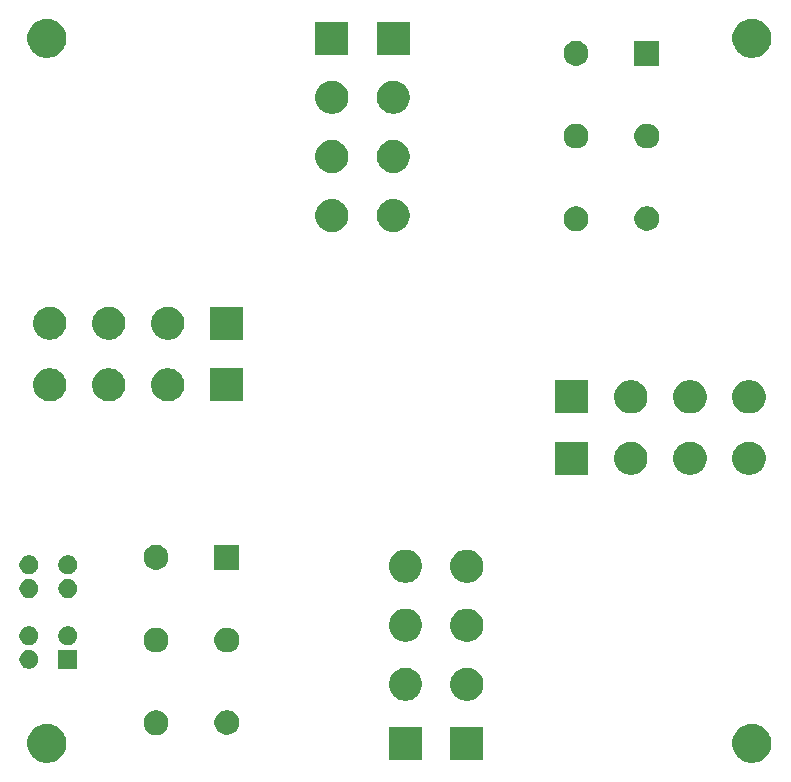
<source format=gbr>
G04 #@! TF.GenerationSoftware,KiCad,Pcbnew,5.1.2*
G04 #@! TF.CreationDate,2019-07-06T13:44:52+02:00*
G04 #@! TF.ProjectId,junction,6a756e63-7469-46f6-9e2e-6b696361645f,rev?*
G04 #@! TF.SameCoordinates,Original*
G04 #@! TF.FileFunction,Soldermask,Bot*
G04 #@! TF.FilePolarity,Negative*
%FSLAX46Y46*%
G04 Gerber Fmt 4.6, Leading zero omitted, Abs format (unit mm)*
G04 Created by KiCad (PCBNEW 5.1.2) date 2019-07-06 13:44:52*
%MOMM*%
%LPD*%
G04 APERTURE LIST*
%ADD10C,0.100000*%
G04 APERTURE END LIST*
D10*
G36*
X65145256Y-63161298D02*
G01*
X65251579Y-63182447D01*
X65552042Y-63306903D01*
X65822451Y-63487585D01*
X66052415Y-63717549D01*
X66199973Y-63938385D01*
X66233098Y-63987960D01*
X66251593Y-64032611D01*
X66357553Y-64288421D01*
X66421000Y-64607391D01*
X66421000Y-64932609D01*
X66357553Y-65251579D01*
X66233097Y-65552042D01*
X66052415Y-65822451D01*
X65822451Y-66052415D01*
X65552042Y-66233097D01*
X65251579Y-66357553D01*
X65145256Y-66378702D01*
X64932611Y-66421000D01*
X64607389Y-66421000D01*
X64394744Y-66378702D01*
X64288421Y-66357553D01*
X63987958Y-66233097D01*
X63717549Y-66052415D01*
X63487585Y-65822451D01*
X63306903Y-65552042D01*
X63182447Y-65251579D01*
X63119000Y-64932609D01*
X63119000Y-64607391D01*
X63182447Y-64288421D01*
X63288407Y-64032611D01*
X63306902Y-63987960D01*
X63340027Y-63938385D01*
X63487585Y-63717549D01*
X63717549Y-63487585D01*
X63987958Y-63306903D01*
X64288421Y-63182447D01*
X64394744Y-63161298D01*
X64607389Y-63119000D01*
X64932611Y-63119000D01*
X65145256Y-63161298D01*
X65145256Y-63161298D01*
G37*
G36*
X5455256Y-63161298D02*
G01*
X5561579Y-63182447D01*
X5862042Y-63306903D01*
X6132451Y-63487585D01*
X6362415Y-63717549D01*
X6509973Y-63938385D01*
X6543098Y-63987960D01*
X6561593Y-64032611D01*
X6667553Y-64288421D01*
X6731000Y-64607391D01*
X6731000Y-64932609D01*
X6667553Y-65251579D01*
X6543097Y-65552042D01*
X6362415Y-65822451D01*
X6132451Y-66052415D01*
X5862042Y-66233097D01*
X5561579Y-66357553D01*
X5455256Y-66378702D01*
X5242611Y-66421000D01*
X4917389Y-66421000D01*
X4704744Y-66378702D01*
X4598421Y-66357553D01*
X4297958Y-66233097D01*
X4027549Y-66052415D01*
X3797585Y-65822451D01*
X3616903Y-65552042D01*
X3492447Y-65251579D01*
X3429000Y-64932609D01*
X3429000Y-64607391D01*
X3492447Y-64288421D01*
X3598407Y-64032611D01*
X3616902Y-63987960D01*
X3650027Y-63938385D01*
X3797585Y-63717549D01*
X4027549Y-63487585D01*
X4297958Y-63306903D01*
X4598421Y-63182447D01*
X4704744Y-63161298D01*
X4917389Y-63119000D01*
X5242611Y-63119000D01*
X5455256Y-63161298D01*
X5455256Y-63161298D01*
G37*
G36*
X36841000Y-66171000D02*
G01*
X34039000Y-66171000D01*
X34039000Y-63369000D01*
X36841000Y-63369000D01*
X36841000Y-66171000D01*
X36841000Y-66171000D01*
G37*
G36*
X42041000Y-66171000D02*
G01*
X39239000Y-66171000D01*
X39239000Y-63369000D01*
X42041000Y-63369000D01*
X42041000Y-66171000D01*
X42041000Y-66171000D01*
G37*
G36*
X14626564Y-62011389D02*
G01*
X14781622Y-62075616D01*
X14817835Y-62090616D01*
X14989973Y-62205635D01*
X15136365Y-62352027D01*
X15241363Y-62509167D01*
X15251385Y-62524167D01*
X15330611Y-62715436D01*
X15371000Y-62918484D01*
X15371000Y-63125516D01*
X15330611Y-63328564D01*
X15257598Y-63504833D01*
X15251384Y-63519835D01*
X15136365Y-63691973D01*
X14989973Y-63838365D01*
X14817835Y-63953384D01*
X14817834Y-63953385D01*
X14817833Y-63953385D01*
X14626564Y-64032611D01*
X14423516Y-64073000D01*
X14216484Y-64073000D01*
X14013436Y-64032611D01*
X13822167Y-63953385D01*
X13822166Y-63953385D01*
X13822165Y-63953384D01*
X13650027Y-63838365D01*
X13503635Y-63691973D01*
X13388616Y-63519835D01*
X13382402Y-63504833D01*
X13309389Y-63328564D01*
X13269000Y-63125516D01*
X13269000Y-62918484D01*
X13309389Y-62715436D01*
X13388615Y-62524167D01*
X13398638Y-62509167D01*
X13503635Y-62352027D01*
X13650027Y-62205635D01*
X13822165Y-62090616D01*
X13858378Y-62075616D01*
X14013436Y-62011389D01*
X14216484Y-61971000D01*
X14423516Y-61971000D01*
X14626564Y-62011389D01*
X14626564Y-62011389D01*
G37*
G36*
X20626564Y-61996389D02*
G01*
X20817833Y-62075615D01*
X20817835Y-62075616D01*
X20840284Y-62090616D01*
X20989973Y-62190635D01*
X21136365Y-62337027D01*
X21251385Y-62509167D01*
X21330611Y-62700436D01*
X21371000Y-62903484D01*
X21371000Y-63110516D01*
X21330611Y-63313564D01*
X21258530Y-63487584D01*
X21251384Y-63504835D01*
X21136365Y-63676973D01*
X20989973Y-63823365D01*
X20817835Y-63938384D01*
X20817834Y-63938385D01*
X20817833Y-63938385D01*
X20626564Y-64017611D01*
X20423516Y-64058000D01*
X20216484Y-64058000D01*
X20013436Y-64017611D01*
X19822167Y-63938385D01*
X19822166Y-63938385D01*
X19822165Y-63938384D01*
X19650027Y-63823365D01*
X19503635Y-63676973D01*
X19388616Y-63504835D01*
X19381470Y-63487584D01*
X19309389Y-63313564D01*
X19269000Y-63110516D01*
X19269000Y-62903484D01*
X19309389Y-62700436D01*
X19388615Y-62509167D01*
X19503635Y-62337027D01*
X19650027Y-62190635D01*
X19799716Y-62090616D01*
X19822165Y-62075616D01*
X19822167Y-62075615D01*
X20013436Y-61996389D01*
X20216484Y-61956000D01*
X20423516Y-61956000D01*
X20626564Y-61996389D01*
X20626564Y-61996389D01*
G37*
G36*
X35758433Y-58404893D02*
G01*
X35848657Y-58422839D01*
X35954267Y-58466585D01*
X36103621Y-58528449D01*
X36103622Y-58528450D01*
X36333086Y-58681772D01*
X36528228Y-58876914D01*
X36630675Y-59030237D01*
X36681551Y-59106379D01*
X36787161Y-59361344D01*
X36841000Y-59632012D01*
X36841000Y-59907988D01*
X36787161Y-60178656D01*
X36681551Y-60433621D01*
X36681550Y-60433622D01*
X36528228Y-60663086D01*
X36333086Y-60858228D01*
X36179763Y-60960675D01*
X36103621Y-61011551D01*
X35954267Y-61073415D01*
X35848657Y-61117161D01*
X35758433Y-61135107D01*
X35577988Y-61171000D01*
X35302012Y-61171000D01*
X35121567Y-61135107D01*
X35031343Y-61117161D01*
X34925733Y-61073415D01*
X34776379Y-61011551D01*
X34700237Y-60960675D01*
X34546914Y-60858228D01*
X34351772Y-60663086D01*
X34198450Y-60433622D01*
X34198449Y-60433621D01*
X34092839Y-60178656D01*
X34039000Y-59907988D01*
X34039000Y-59632012D01*
X34092839Y-59361344D01*
X34198449Y-59106379D01*
X34249325Y-59030237D01*
X34351772Y-58876914D01*
X34546914Y-58681772D01*
X34776378Y-58528450D01*
X34776379Y-58528449D01*
X34925733Y-58466585D01*
X35031343Y-58422839D01*
X35121567Y-58404893D01*
X35302012Y-58369000D01*
X35577988Y-58369000D01*
X35758433Y-58404893D01*
X35758433Y-58404893D01*
G37*
G36*
X40958433Y-58404893D02*
G01*
X41048657Y-58422839D01*
X41154267Y-58466585D01*
X41303621Y-58528449D01*
X41303622Y-58528450D01*
X41533086Y-58681772D01*
X41728228Y-58876914D01*
X41830675Y-59030237D01*
X41881551Y-59106379D01*
X41987161Y-59361344D01*
X42041000Y-59632012D01*
X42041000Y-59907988D01*
X41987161Y-60178656D01*
X41881551Y-60433621D01*
X41881550Y-60433622D01*
X41728228Y-60663086D01*
X41533086Y-60858228D01*
X41379763Y-60960675D01*
X41303621Y-61011551D01*
X41154267Y-61073415D01*
X41048657Y-61117161D01*
X40958433Y-61135107D01*
X40777988Y-61171000D01*
X40502012Y-61171000D01*
X40321567Y-61135107D01*
X40231343Y-61117161D01*
X40125733Y-61073415D01*
X39976379Y-61011551D01*
X39900237Y-60960675D01*
X39746914Y-60858228D01*
X39551772Y-60663086D01*
X39398450Y-60433622D01*
X39398449Y-60433621D01*
X39292839Y-60178656D01*
X39239000Y-59907988D01*
X39239000Y-59632012D01*
X39292839Y-59361344D01*
X39398449Y-59106379D01*
X39449325Y-59030237D01*
X39551772Y-58876914D01*
X39746914Y-58681772D01*
X39976378Y-58528450D01*
X39976379Y-58528449D01*
X40125733Y-58466585D01*
X40231343Y-58422839D01*
X40321567Y-58404893D01*
X40502012Y-58369000D01*
X40777988Y-58369000D01*
X40958433Y-58404893D01*
X40958433Y-58404893D01*
G37*
G36*
X3791642Y-56887781D02*
G01*
X3937414Y-56948162D01*
X3937416Y-56948163D01*
X4068608Y-57035822D01*
X4180178Y-57147392D01*
X4267837Y-57278584D01*
X4267838Y-57278586D01*
X4328219Y-57424358D01*
X4359000Y-57579107D01*
X4359000Y-57736893D01*
X4328219Y-57891642D01*
X4267838Y-58037414D01*
X4267837Y-58037416D01*
X4180178Y-58168608D01*
X4068608Y-58280178D01*
X3937416Y-58367837D01*
X3937415Y-58367838D01*
X3937414Y-58367838D01*
X3791642Y-58428219D01*
X3636893Y-58459000D01*
X3479107Y-58459000D01*
X3324358Y-58428219D01*
X3178586Y-58367838D01*
X3178585Y-58367838D01*
X3178584Y-58367837D01*
X3047392Y-58280178D01*
X2935822Y-58168608D01*
X2848163Y-58037416D01*
X2848162Y-58037414D01*
X2787781Y-57891642D01*
X2757000Y-57736893D01*
X2757000Y-57579107D01*
X2787781Y-57424358D01*
X2848162Y-57278586D01*
X2848163Y-57278584D01*
X2935822Y-57147392D01*
X3047392Y-57035822D01*
X3178584Y-56948163D01*
X3178586Y-56948162D01*
X3324358Y-56887781D01*
X3479107Y-56857000D01*
X3636893Y-56857000D01*
X3791642Y-56887781D01*
X3791642Y-56887781D01*
G37*
G36*
X7659000Y-58459000D02*
G01*
X6057000Y-58459000D01*
X6057000Y-56857000D01*
X7659000Y-56857000D01*
X7659000Y-58459000D01*
X7659000Y-58459000D01*
G37*
G36*
X14626564Y-55011389D02*
G01*
X14817833Y-55090615D01*
X14817835Y-55090616D01*
X14989973Y-55205635D01*
X15136365Y-55352027D01*
X15251385Y-55524167D01*
X15330611Y-55715436D01*
X15371000Y-55918484D01*
X15371000Y-56125516D01*
X15330611Y-56328564D01*
X15251385Y-56519833D01*
X15251384Y-56519835D01*
X15136365Y-56691973D01*
X14989973Y-56838365D01*
X14817835Y-56953384D01*
X14817834Y-56953385D01*
X14817833Y-56953385D01*
X14626564Y-57032611D01*
X14423516Y-57073000D01*
X14216484Y-57073000D01*
X14013436Y-57032611D01*
X13822167Y-56953385D01*
X13822166Y-56953385D01*
X13822165Y-56953384D01*
X13650027Y-56838365D01*
X13503635Y-56691973D01*
X13388616Y-56519835D01*
X13388615Y-56519833D01*
X13309389Y-56328564D01*
X13269000Y-56125516D01*
X13269000Y-55918484D01*
X13309389Y-55715436D01*
X13388615Y-55524167D01*
X13503635Y-55352027D01*
X13650027Y-55205635D01*
X13822165Y-55090616D01*
X13822167Y-55090615D01*
X14013436Y-55011389D01*
X14216484Y-54971000D01*
X14423516Y-54971000D01*
X14626564Y-55011389D01*
X14626564Y-55011389D01*
G37*
G36*
X20626564Y-55011389D02*
G01*
X20817833Y-55090615D01*
X20817835Y-55090616D01*
X20989973Y-55205635D01*
X21136365Y-55352027D01*
X21251385Y-55524167D01*
X21330611Y-55715436D01*
X21371000Y-55918484D01*
X21371000Y-56125516D01*
X21330611Y-56328564D01*
X21251385Y-56519833D01*
X21251384Y-56519835D01*
X21136365Y-56691973D01*
X20989973Y-56838365D01*
X20817835Y-56953384D01*
X20817834Y-56953385D01*
X20817833Y-56953385D01*
X20626564Y-57032611D01*
X20423516Y-57073000D01*
X20216484Y-57073000D01*
X20013436Y-57032611D01*
X19822167Y-56953385D01*
X19822166Y-56953385D01*
X19822165Y-56953384D01*
X19650027Y-56838365D01*
X19503635Y-56691973D01*
X19388616Y-56519835D01*
X19388615Y-56519833D01*
X19309389Y-56328564D01*
X19269000Y-56125516D01*
X19269000Y-55918484D01*
X19309389Y-55715436D01*
X19388615Y-55524167D01*
X19503635Y-55352027D01*
X19650027Y-55205635D01*
X19822165Y-55090616D01*
X19822167Y-55090615D01*
X20013436Y-55011389D01*
X20216484Y-54971000D01*
X20423516Y-54971000D01*
X20626564Y-55011389D01*
X20626564Y-55011389D01*
G37*
G36*
X7091642Y-54887781D02*
G01*
X7237414Y-54948162D01*
X7237416Y-54948163D01*
X7368608Y-55035822D01*
X7480178Y-55147392D01*
X7501068Y-55178657D01*
X7567838Y-55278586D01*
X7628219Y-55424358D01*
X7659000Y-55579107D01*
X7659000Y-55736893D01*
X7628219Y-55891642D01*
X7578551Y-56011550D01*
X7567837Y-56037416D01*
X7480178Y-56168608D01*
X7368608Y-56280178D01*
X7237416Y-56367837D01*
X7237415Y-56367838D01*
X7237414Y-56367838D01*
X7091642Y-56428219D01*
X6936893Y-56459000D01*
X6779107Y-56459000D01*
X6624358Y-56428219D01*
X6478586Y-56367838D01*
X6478585Y-56367838D01*
X6478584Y-56367837D01*
X6347392Y-56280178D01*
X6235822Y-56168608D01*
X6148163Y-56037416D01*
X6137449Y-56011550D01*
X6087781Y-55891642D01*
X6057000Y-55736893D01*
X6057000Y-55579107D01*
X6087781Y-55424358D01*
X6148162Y-55278586D01*
X6214932Y-55178657D01*
X6235822Y-55147392D01*
X6347392Y-55035822D01*
X6478584Y-54948163D01*
X6478586Y-54948162D01*
X6624358Y-54887781D01*
X6779107Y-54857000D01*
X6936893Y-54857000D01*
X7091642Y-54887781D01*
X7091642Y-54887781D01*
G37*
G36*
X3791642Y-54887781D02*
G01*
X3937414Y-54948162D01*
X3937416Y-54948163D01*
X4068608Y-55035822D01*
X4180178Y-55147392D01*
X4201068Y-55178657D01*
X4267838Y-55278586D01*
X4328219Y-55424358D01*
X4359000Y-55579107D01*
X4359000Y-55736893D01*
X4328219Y-55891642D01*
X4278551Y-56011550D01*
X4267837Y-56037416D01*
X4180178Y-56168608D01*
X4068608Y-56280178D01*
X3937416Y-56367837D01*
X3937415Y-56367838D01*
X3937414Y-56367838D01*
X3791642Y-56428219D01*
X3636893Y-56459000D01*
X3479107Y-56459000D01*
X3324358Y-56428219D01*
X3178586Y-56367838D01*
X3178585Y-56367838D01*
X3178584Y-56367837D01*
X3047392Y-56280178D01*
X2935822Y-56168608D01*
X2848163Y-56037416D01*
X2837449Y-56011550D01*
X2787781Y-55891642D01*
X2757000Y-55736893D01*
X2757000Y-55579107D01*
X2787781Y-55424358D01*
X2848162Y-55278586D01*
X2914932Y-55178657D01*
X2935822Y-55147392D01*
X3047392Y-55035822D01*
X3178584Y-54948163D01*
X3178586Y-54948162D01*
X3324358Y-54887781D01*
X3479107Y-54857000D01*
X3636893Y-54857000D01*
X3791642Y-54887781D01*
X3791642Y-54887781D01*
G37*
G36*
X35758433Y-53404893D02*
G01*
X35848657Y-53422839D01*
X35954267Y-53466585D01*
X36103621Y-53528449D01*
X36103622Y-53528450D01*
X36333086Y-53681772D01*
X36528228Y-53876914D01*
X36630675Y-54030237D01*
X36681551Y-54106379D01*
X36787161Y-54361344D01*
X36841000Y-54632012D01*
X36841000Y-54907988D01*
X36787161Y-55178656D01*
X36681551Y-55433621D01*
X36681550Y-55433622D01*
X36528228Y-55663086D01*
X36333086Y-55858228D01*
X36242906Y-55918484D01*
X36103621Y-56011551D01*
X36041177Y-56037416D01*
X35848657Y-56117161D01*
X35758433Y-56135107D01*
X35577988Y-56171000D01*
X35302012Y-56171000D01*
X35121567Y-56135107D01*
X35031343Y-56117161D01*
X34838823Y-56037416D01*
X34776379Y-56011551D01*
X34637094Y-55918484D01*
X34546914Y-55858228D01*
X34351772Y-55663086D01*
X34198450Y-55433622D01*
X34198449Y-55433621D01*
X34092839Y-55178656D01*
X34039000Y-54907988D01*
X34039000Y-54632012D01*
X34092839Y-54361344D01*
X34198449Y-54106379D01*
X34249325Y-54030237D01*
X34351772Y-53876914D01*
X34546914Y-53681772D01*
X34776378Y-53528450D01*
X34776379Y-53528449D01*
X34925733Y-53466585D01*
X35031343Y-53422839D01*
X35121567Y-53404893D01*
X35302012Y-53369000D01*
X35577988Y-53369000D01*
X35758433Y-53404893D01*
X35758433Y-53404893D01*
G37*
G36*
X40958433Y-53404893D02*
G01*
X41048657Y-53422839D01*
X41154267Y-53466585D01*
X41303621Y-53528449D01*
X41303622Y-53528450D01*
X41533086Y-53681772D01*
X41728228Y-53876914D01*
X41830675Y-54030237D01*
X41881551Y-54106379D01*
X41987161Y-54361344D01*
X42041000Y-54632012D01*
X42041000Y-54907988D01*
X41987161Y-55178656D01*
X41881551Y-55433621D01*
X41881550Y-55433622D01*
X41728228Y-55663086D01*
X41533086Y-55858228D01*
X41442906Y-55918484D01*
X41303621Y-56011551D01*
X41241177Y-56037416D01*
X41048657Y-56117161D01*
X40958433Y-56135107D01*
X40777988Y-56171000D01*
X40502012Y-56171000D01*
X40321567Y-56135107D01*
X40231343Y-56117161D01*
X40038823Y-56037416D01*
X39976379Y-56011551D01*
X39837094Y-55918484D01*
X39746914Y-55858228D01*
X39551772Y-55663086D01*
X39398450Y-55433622D01*
X39398449Y-55433621D01*
X39292839Y-55178656D01*
X39239000Y-54907988D01*
X39239000Y-54632012D01*
X39292839Y-54361344D01*
X39398449Y-54106379D01*
X39449325Y-54030237D01*
X39551772Y-53876914D01*
X39746914Y-53681772D01*
X39976378Y-53528450D01*
X39976379Y-53528449D01*
X40125733Y-53466585D01*
X40231343Y-53422839D01*
X40321567Y-53404893D01*
X40502012Y-53369000D01*
X40777988Y-53369000D01*
X40958433Y-53404893D01*
X40958433Y-53404893D01*
G37*
G36*
X3791642Y-50887781D02*
G01*
X3937414Y-50948162D01*
X3937416Y-50948163D01*
X4068608Y-51035822D01*
X4180178Y-51147392D01*
X4195952Y-51171000D01*
X4267838Y-51278586D01*
X4328219Y-51424358D01*
X4359000Y-51579107D01*
X4359000Y-51736893D01*
X4328219Y-51891642D01*
X4267838Y-52037414D01*
X4267837Y-52037416D01*
X4180178Y-52168608D01*
X4068608Y-52280178D01*
X3937416Y-52367837D01*
X3937415Y-52367838D01*
X3937414Y-52367838D01*
X3791642Y-52428219D01*
X3636893Y-52459000D01*
X3479107Y-52459000D01*
X3324358Y-52428219D01*
X3178586Y-52367838D01*
X3178585Y-52367838D01*
X3178584Y-52367837D01*
X3047392Y-52280178D01*
X2935822Y-52168608D01*
X2848163Y-52037416D01*
X2848162Y-52037414D01*
X2787781Y-51891642D01*
X2757000Y-51736893D01*
X2757000Y-51579107D01*
X2787781Y-51424358D01*
X2848162Y-51278586D01*
X2920048Y-51171000D01*
X2935822Y-51147392D01*
X3047392Y-51035822D01*
X3178584Y-50948163D01*
X3178586Y-50948162D01*
X3324358Y-50887781D01*
X3479107Y-50857000D01*
X3636893Y-50857000D01*
X3791642Y-50887781D01*
X3791642Y-50887781D01*
G37*
G36*
X7091642Y-50887781D02*
G01*
X7237414Y-50948162D01*
X7237416Y-50948163D01*
X7368608Y-51035822D01*
X7480178Y-51147392D01*
X7495952Y-51171000D01*
X7567838Y-51278586D01*
X7628219Y-51424358D01*
X7659000Y-51579107D01*
X7659000Y-51736893D01*
X7628219Y-51891642D01*
X7567838Y-52037414D01*
X7567837Y-52037416D01*
X7480178Y-52168608D01*
X7368608Y-52280178D01*
X7237416Y-52367837D01*
X7237415Y-52367838D01*
X7237414Y-52367838D01*
X7091642Y-52428219D01*
X6936893Y-52459000D01*
X6779107Y-52459000D01*
X6624358Y-52428219D01*
X6478586Y-52367838D01*
X6478585Y-52367838D01*
X6478584Y-52367837D01*
X6347392Y-52280178D01*
X6235822Y-52168608D01*
X6148163Y-52037416D01*
X6148162Y-52037414D01*
X6087781Y-51891642D01*
X6057000Y-51736893D01*
X6057000Y-51579107D01*
X6087781Y-51424358D01*
X6148162Y-51278586D01*
X6220048Y-51171000D01*
X6235822Y-51147392D01*
X6347392Y-51035822D01*
X6478584Y-50948163D01*
X6478586Y-50948162D01*
X6624358Y-50887781D01*
X6779107Y-50857000D01*
X6936893Y-50857000D01*
X7091642Y-50887781D01*
X7091642Y-50887781D01*
G37*
G36*
X35758433Y-48404893D02*
G01*
X35848657Y-48422839D01*
X35954267Y-48466585D01*
X36103621Y-48528449D01*
X36103622Y-48528450D01*
X36333086Y-48681772D01*
X36528228Y-48876914D01*
X36630675Y-49030237D01*
X36681551Y-49106379D01*
X36743415Y-49255733D01*
X36773584Y-49328565D01*
X36787161Y-49361344D01*
X36841000Y-49632012D01*
X36841000Y-49907988D01*
X36787161Y-50178656D01*
X36681551Y-50433621D01*
X36681550Y-50433622D01*
X36528228Y-50663086D01*
X36333086Y-50858228D01*
X36198489Y-50948162D01*
X36103621Y-51011551D01*
X35954267Y-51073415D01*
X35848657Y-51117161D01*
X35758433Y-51135107D01*
X35577988Y-51171000D01*
X35302012Y-51171000D01*
X35121567Y-51135107D01*
X35031343Y-51117161D01*
X34925733Y-51073415D01*
X34776379Y-51011551D01*
X34681511Y-50948162D01*
X34546914Y-50858228D01*
X34351772Y-50663086D01*
X34198450Y-50433622D01*
X34198449Y-50433621D01*
X34092839Y-50178656D01*
X34039000Y-49907988D01*
X34039000Y-49632012D01*
X34092839Y-49361344D01*
X34106417Y-49328565D01*
X34136585Y-49255733D01*
X34198449Y-49106379D01*
X34249325Y-49030237D01*
X34351772Y-48876914D01*
X34546914Y-48681772D01*
X34776378Y-48528450D01*
X34776379Y-48528449D01*
X34925733Y-48466585D01*
X35031343Y-48422839D01*
X35121567Y-48404893D01*
X35302012Y-48369000D01*
X35577988Y-48369000D01*
X35758433Y-48404893D01*
X35758433Y-48404893D01*
G37*
G36*
X40958433Y-48404893D02*
G01*
X41048657Y-48422839D01*
X41154267Y-48466585D01*
X41303621Y-48528449D01*
X41303622Y-48528450D01*
X41533086Y-48681772D01*
X41728228Y-48876914D01*
X41830675Y-49030237D01*
X41881551Y-49106379D01*
X41943415Y-49255733D01*
X41973584Y-49328565D01*
X41987161Y-49361344D01*
X42041000Y-49632012D01*
X42041000Y-49907988D01*
X41987161Y-50178656D01*
X41881551Y-50433621D01*
X41881550Y-50433622D01*
X41728228Y-50663086D01*
X41533086Y-50858228D01*
X41398489Y-50948162D01*
X41303621Y-51011551D01*
X41154267Y-51073415D01*
X41048657Y-51117161D01*
X40958433Y-51135107D01*
X40777988Y-51171000D01*
X40502012Y-51171000D01*
X40321567Y-51135107D01*
X40231343Y-51117161D01*
X40125733Y-51073415D01*
X39976379Y-51011551D01*
X39881511Y-50948162D01*
X39746914Y-50858228D01*
X39551772Y-50663086D01*
X39398450Y-50433622D01*
X39398449Y-50433621D01*
X39292839Y-50178656D01*
X39239000Y-49907988D01*
X39239000Y-49632012D01*
X39292839Y-49361344D01*
X39306417Y-49328565D01*
X39336585Y-49255733D01*
X39398449Y-49106379D01*
X39449325Y-49030237D01*
X39551772Y-48876914D01*
X39746914Y-48681772D01*
X39976378Y-48528450D01*
X39976379Y-48528449D01*
X40125733Y-48466585D01*
X40231343Y-48422839D01*
X40321567Y-48404893D01*
X40502012Y-48369000D01*
X40777988Y-48369000D01*
X40958433Y-48404893D01*
X40958433Y-48404893D01*
G37*
G36*
X3791642Y-48887781D02*
G01*
X3937414Y-48948162D01*
X3937416Y-48948163D01*
X4068608Y-49035822D01*
X4180178Y-49147392D01*
X4267837Y-49278584D01*
X4267838Y-49278586D01*
X4328219Y-49424358D01*
X4359000Y-49579107D01*
X4359000Y-49736893D01*
X4328219Y-49891642D01*
X4302644Y-49953385D01*
X4267837Y-50037416D01*
X4180178Y-50168608D01*
X4068608Y-50280178D01*
X3937416Y-50367837D01*
X3937415Y-50367838D01*
X3937414Y-50367838D01*
X3791642Y-50428219D01*
X3636893Y-50459000D01*
X3479107Y-50459000D01*
X3324358Y-50428219D01*
X3178586Y-50367838D01*
X3178585Y-50367838D01*
X3178584Y-50367837D01*
X3047392Y-50280178D01*
X2935822Y-50168608D01*
X2848163Y-50037416D01*
X2813356Y-49953385D01*
X2787781Y-49891642D01*
X2757000Y-49736893D01*
X2757000Y-49579107D01*
X2787781Y-49424358D01*
X2848162Y-49278586D01*
X2848163Y-49278584D01*
X2935822Y-49147392D01*
X3047392Y-49035822D01*
X3178584Y-48948163D01*
X3178586Y-48948162D01*
X3324358Y-48887781D01*
X3479107Y-48857000D01*
X3636893Y-48857000D01*
X3791642Y-48887781D01*
X3791642Y-48887781D01*
G37*
G36*
X7091642Y-48887781D02*
G01*
X7237414Y-48948162D01*
X7237416Y-48948163D01*
X7368608Y-49035822D01*
X7480178Y-49147392D01*
X7567837Y-49278584D01*
X7567838Y-49278586D01*
X7628219Y-49424358D01*
X7659000Y-49579107D01*
X7659000Y-49736893D01*
X7628219Y-49891642D01*
X7602644Y-49953385D01*
X7567837Y-50037416D01*
X7480178Y-50168608D01*
X7368608Y-50280178D01*
X7237416Y-50367837D01*
X7237415Y-50367838D01*
X7237414Y-50367838D01*
X7091642Y-50428219D01*
X6936893Y-50459000D01*
X6779107Y-50459000D01*
X6624358Y-50428219D01*
X6478586Y-50367838D01*
X6478585Y-50367838D01*
X6478584Y-50367837D01*
X6347392Y-50280178D01*
X6235822Y-50168608D01*
X6148163Y-50037416D01*
X6113356Y-49953385D01*
X6087781Y-49891642D01*
X6057000Y-49736893D01*
X6057000Y-49579107D01*
X6087781Y-49424358D01*
X6148162Y-49278586D01*
X6148163Y-49278584D01*
X6235822Y-49147392D01*
X6347392Y-49035822D01*
X6478584Y-48948163D01*
X6478586Y-48948162D01*
X6624358Y-48887781D01*
X6779107Y-48857000D01*
X6936893Y-48857000D01*
X7091642Y-48887781D01*
X7091642Y-48887781D01*
G37*
G36*
X14626564Y-48011389D02*
G01*
X14817833Y-48090615D01*
X14817835Y-48090616D01*
X14989973Y-48205635D01*
X15136365Y-48352027D01*
X15251385Y-48524167D01*
X15330611Y-48715436D01*
X15371000Y-48918484D01*
X15371000Y-49125516D01*
X15330611Y-49328564D01*
X15317033Y-49361344D01*
X15251384Y-49519835D01*
X15136365Y-49691973D01*
X14989973Y-49838365D01*
X14817835Y-49953384D01*
X14817834Y-49953385D01*
X14817833Y-49953385D01*
X14626564Y-50032611D01*
X14423516Y-50073000D01*
X14216484Y-50073000D01*
X14013436Y-50032611D01*
X13822167Y-49953385D01*
X13822166Y-49953385D01*
X13822165Y-49953384D01*
X13650027Y-49838365D01*
X13503635Y-49691973D01*
X13388616Y-49519835D01*
X13322967Y-49361344D01*
X13309389Y-49328564D01*
X13269000Y-49125516D01*
X13269000Y-48918484D01*
X13309389Y-48715436D01*
X13388615Y-48524167D01*
X13503635Y-48352027D01*
X13650027Y-48205635D01*
X13822165Y-48090616D01*
X13822167Y-48090615D01*
X14013436Y-48011389D01*
X14216484Y-47971000D01*
X14423516Y-47971000D01*
X14626564Y-48011389D01*
X14626564Y-48011389D01*
G37*
G36*
X21371000Y-50073000D02*
G01*
X19269000Y-50073000D01*
X19269000Y-47971000D01*
X21371000Y-47971000D01*
X21371000Y-50073000D01*
X21371000Y-50073000D01*
G37*
G36*
X54848433Y-39274893D02*
G01*
X54938657Y-39292839D01*
X55044267Y-39336585D01*
X55193621Y-39398449D01*
X55193622Y-39398450D01*
X55423086Y-39551772D01*
X55618228Y-39746914D01*
X55720675Y-39900237D01*
X55771551Y-39976379D01*
X55877161Y-40231344D01*
X55931000Y-40502012D01*
X55931000Y-40777988D01*
X55877161Y-41048656D01*
X55771551Y-41303621D01*
X55771550Y-41303622D01*
X55618228Y-41533086D01*
X55423086Y-41728228D01*
X55269763Y-41830675D01*
X55193621Y-41881551D01*
X55044267Y-41943415D01*
X54938657Y-41987161D01*
X54848433Y-42005107D01*
X54667988Y-42041000D01*
X54392012Y-42041000D01*
X54211567Y-42005107D01*
X54121343Y-41987161D01*
X54015733Y-41943415D01*
X53866379Y-41881551D01*
X53790237Y-41830675D01*
X53636914Y-41728228D01*
X53441772Y-41533086D01*
X53288450Y-41303622D01*
X53288449Y-41303621D01*
X53182839Y-41048656D01*
X53129000Y-40777988D01*
X53129000Y-40502012D01*
X53182839Y-40231344D01*
X53288449Y-39976379D01*
X53339325Y-39900237D01*
X53441772Y-39746914D01*
X53636914Y-39551772D01*
X53866378Y-39398450D01*
X53866379Y-39398449D01*
X54015733Y-39336585D01*
X54121343Y-39292839D01*
X54211567Y-39274893D01*
X54392012Y-39239000D01*
X54667988Y-39239000D01*
X54848433Y-39274893D01*
X54848433Y-39274893D01*
G37*
G36*
X50931000Y-42041000D02*
G01*
X48129000Y-42041000D01*
X48129000Y-39239000D01*
X50931000Y-39239000D01*
X50931000Y-42041000D01*
X50931000Y-42041000D01*
G37*
G36*
X59848433Y-39274893D02*
G01*
X59938657Y-39292839D01*
X60044267Y-39336585D01*
X60193621Y-39398449D01*
X60193622Y-39398450D01*
X60423086Y-39551772D01*
X60618228Y-39746914D01*
X60720675Y-39900237D01*
X60771551Y-39976379D01*
X60877161Y-40231344D01*
X60931000Y-40502012D01*
X60931000Y-40777988D01*
X60877161Y-41048656D01*
X60771551Y-41303621D01*
X60771550Y-41303622D01*
X60618228Y-41533086D01*
X60423086Y-41728228D01*
X60269763Y-41830675D01*
X60193621Y-41881551D01*
X60044267Y-41943415D01*
X59938657Y-41987161D01*
X59848433Y-42005107D01*
X59667988Y-42041000D01*
X59392012Y-42041000D01*
X59211567Y-42005107D01*
X59121343Y-41987161D01*
X59015733Y-41943415D01*
X58866379Y-41881551D01*
X58790237Y-41830675D01*
X58636914Y-41728228D01*
X58441772Y-41533086D01*
X58288450Y-41303622D01*
X58288449Y-41303621D01*
X58182839Y-41048656D01*
X58129000Y-40777988D01*
X58129000Y-40502012D01*
X58182839Y-40231344D01*
X58288449Y-39976379D01*
X58339325Y-39900237D01*
X58441772Y-39746914D01*
X58636914Y-39551772D01*
X58866378Y-39398450D01*
X58866379Y-39398449D01*
X59015733Y-39336585D01*
X59121343Y-39292839D01*
X59211567Y-39274893D01*
X59392012Y-39239000D01*
X59667988Y-39239000D01*
X59848433Y-39274893D01*
X59848433Y-39274893D01*
G37*
G36*
X64848433Y-39274893D02*
G01*
X64938657Y-39292839D01*
X65044267Y-39336585D01*
X65193621Y-39398449D01*
X65193622Y-39398450D01*
X65423086Y-39551772D01*
X65618228Y-39746914D01*
X65720675Y-39900237D01*
X65771551Y-39976379D01*
X65877161Y-40231344D01*
X65931000Y-40502012D01*
X65931000Y-40777988D01*
X65877161Y-41048656D01*
X65771551Y-41303621D01*
X65771550Y-41303622D01*
X65618228Y-41533086D01*
X65423086Y-41728228D01*
X65269763Y-41830675D01*
X65193621Y-41881551D01*
X65044267Y-41943415D01*
X64938657Y-41987161D01*
X64848433Y-42005107D01*
X64667988Y-42041000D01*
X64392012Y-42041000D01*
X64211567Y-42005107D01*
X64121343Y-41987161D01*
X64015733Y-41943415D01*
X63866379Y-41881551D01*
X63790237Y-41830675D01*
X63636914Y-41728228D01*
X63441772Y-41533086D01*
X63288450Y-41303622D01*
X63288449Y-41303621D01*
X63182839Y-41048656D01*
X63129000Y-40777988D01*
X63129000Y-40502012D01*
X63182839Y-40231344D01*
X63288449Y-39976379D01*
X63339325Y-39900237D01*
X63441772Y-39746914D01*
X63636914Y-39551772D01*
X63866378Y-39398450D01*
X63866379Y-39398449D01*
X64015733Y-39336585D01*
X64121343Y-39292839D01*
X64211567Y-39274893D01*
X64392012Y-39239000D01*
X64667988Y-39239000D01*
X64848433Y-39274893D01*
X64848433Y-39274893D01*
G37*
G36*
X54848433Y-34074893D02*
G01*
X54938657Y-34092839D01*
X55044267Y-34136585D01*
X55193621Y-34198449D01*
X55193622Y-34198450D01*
X55423086Y-34351772D01*
X55618228Y-34546914D01*
X55720675Y-34700237D01*
X55771551Y-34776379D01*
X55877161Y-35031344D01*
X55931000Y-35302012D01*
X55931000Y-35577988D01*
X55877161Y-35848656D01*
X55771551Y-36103621D01*
X55771550Y-36103622D01*
X55618228Y-36333086D01*
X55423086Y-36528228D01*
X55269763Y-36630675D01*
X55193621Y-36681551D01*
X55044267Y-36743415D01*
X54938657Y-36787161D01*
X54848433Y-36805107D01*
X54667988Y-36841000D01*
X54392012Y-36841000D01*
X54211567Y-36805107D01*
X54121343Y-36787161D01*
X54015733Y-36743415D01*
X53866379Y-36681551D01*
X53790237Y-36630675D01*
X53636914Y-36528228D01*
X53441772Y-36333086D01*
X53288450Y-36103622D01*
X53288449Y-36103621D01*
X53182839Y-35848656D01*
X53129000Y-35577988D01*
X53129000Y-35302012D01*
X53182839Y-35031344D01*
X53288449Y-34776379D01*
X53339325Y-34700237D01*
X53441772Y-34546914D01*
X53636914Y-34351772D01*
X53866378Y-34198450D01*
X53866379Y-34198449D01*
X54015733Y-34136585D01*
X54121343Y-34092839D01*
X54211567Y-34074893D01*
X54392012Y-34039000D01*
X54667988Y-34039000D01*
X54848433Y-34074893D01*
X54848433Y-34074893D01*
G37*
G36*
X64848433Y-34074893D02*
G01*
X64938657Y-34092839D01*
X65044267Y-34136585D01*
X65193621Y-34198449D01*
X65193622Y-34198450D01*
X65423086Y-34351772D01*
X65618228Y-34546914D01*
X65720675Y-34700237D01*
X65771551Y-34776379D01*
X65877161Y-35031344D01*
X65931000Y-35302012D01*
X65931000Y-35577988D01*
X65877161Y-35848656D01*
X65771551Y-36103621D01*
X65771550Y-36103622D01*
X65618228Y-36333086D01*
X65423086Y-36528228D01*
X65269763Y-36630675D01*
X65193621Y-36681551D01*
X65044267Y-36743415D01*
X64938657Y-36787161D01*
X64848433Y-36805107D01*
X64667988Y-36841000D01*
X64392012Y-36841000D01*
X64211567Y-36805107D01*
X64121343Y-36787161D01*
X64015733Y-36743415D01*
X63866379Y-36681551D01*
X63790237Y-36630675D01*
X63636914Y-36528228D01*
X63441772Y-36333086D01*
X63288450Y-36103622D01*
X63288449Y-36103621D01*
X63182839Y-35848656D01*
X63129000Y-35577988D01*
X63129000Y-35302012D01*
X63182839Y-35031344D01*
X63288449Y-34776379D01*
X63339325Y-34700237D01*
X63441772Y-34546914D01*
X63636914Y-34351772D01*
X63866378Y-34198450D01*
X63866379Y-34198449D01*
X64015733Y-34136585D01*
X64121343Y-34092839D01*
X64211567Y-34074893D01*
X64392012Y-34039000D01*
X64667988Y-34039000D01*
X64848433Y-34074893D01*
X64848433Y-34074893D01*
G37*
G36*
X50931000Y-36841000D02*
G01*
X48129000Y-36841000D01*
X48129000Y-34039000D01*
X50931000Y-34039000D01*
X50931000Y-36841000D01*
X50931000Y-36841000D01*
G37*
G36*
X59848433Y-34074893D02*
G01*
X59938657Y-34092839D01*
X60044267Y-34136585D01*
X60193621Y-34198449D01*
X60193622Y-34198450D01*
X60423086Y-34351772D01*
X60618228Y-34546914D01*
X60720675Y-34700237D01*
X60771551Y-34776379D01*
X60877161Y-35031344D01*
X60931000Y-35302012D01*
X60931000Y-35577988D01*
X60877161Y-35848656D01*
X60771551Y-36103621D01*
X60771550Y-36103622D01*
X60618228Y-36333086D01*
X60423086Y-36528228D01*
X60269763Y-36630675D01*
X60193621Y-36681551D01*
X60044267Y-36743415D01*
X59938657Y-36787161D01*
X59848433Y-36805107D01*
X59667988Y-36841000D01*
X59392012Y-36841000D01*
X59211567Y-36805107D01*
X59121343Y-36787161D01*
X59015733Y-36743415D01*
X58866379Y-36681551D01*
X58790237Y-36630675D01*
X58636914Y-36528228D01*
X58441772Y-36333086D01*
X58288450Y-36103622D01*
X58288449Y-36103621D01*
X58182839Y-35848656D01*
X58129000Y-35577988D01*
X58129000Y-35302012D01*
X58182839Y-35031344D01*
X58288449Y-34776379D01*
X58339325Y-34700237D01*
X58441772Y-34546914D01*
X58636914Y-34351772D01*
X58866378Y-34198450D01*
X58866379Y-34198449D01*
X59015733Y-34136585D01*
X59121343Y-34092839D01*
X59211567Y-34074893D01*
X59392012Y-34039000D01*
X59667988Y-34039000D01*
X59848433Y-34074893D01*
X59848433Y-34074893D01*
G37*
G36*
X21721000Y-35811000D02*
G01*
X18919000Y-35811000D01*
X18919000Y-33009000D01*
X21721000Y-33009000D01*
X21721000Y-35811000D01*
X21721000Y-35811000D01*
G37*
G36*
X5638433Y-33044893D02*
G01*
X5728657Y-33062839D01*
X5834267Y-33106585D01*
X5983621Y-33168449D01*
X5983622Y-33168450D01*
X6213086Y-33321772D01*
X6408228Y-33516914D01*
X6510675Y-33670237D01*
X6561551Y-33746379D01*
X6667161Y-34001344D01*
X6721000Y-34272012D01*
X6721000Y-34547988D01*
X6667161Y-34818656D01*
X6561551Y-35073621D01*
X6561550Y-35073622D01*
X6408228Y-35303086D01*
X6213086Y-35498228D01*
X6093719Y-35577986D01*
X5983621Y-35651551D01*
X5834267Y-35713415D01*
X5728657Y-35757161D01*
X5638433Y-35775107D01*
X5457988Y-35811000D01*
X5182012Y-35811000D01*
X5001567Y-35775107D01*
X4911343Y-35757161D01*
X4805733Y-35713415D01*
X4656379Y-35651551D01*
X4546281Y-35577986D01*
X4426914Y-35498228D01*
X4231772Y-35303086D01*
X4078450Y-35073622D01*
X4078449Y-35073621D01*
X3972839Y-34818656D01*
X3919000Y-34547988D01*
X3919000Y-34272012D01*
X3972839Y-34001344D01*
X4078449Y-33746379D01*
X4129325Y-33670237D01*
X4231772Y-33516914D01*
X4426914Y-33321772D01*
X4656378Y-33168450D01*
X4656379Y-33168449D01*
X4805733Y-33106585D01*
X4911343Y-33062839D01*
X5001567Y-33044893D01*
X5182012Y-33009000D01*
X5457988Y-33009000D01*
X5638433Y-33044893D01*
X5638433Y-33044893D01*
G37*
G36*
X10638433Y-33044893D02*
G01*
X10728657Y-33062839D01*
X10834267Y-33106585D01*
X10983621Y-33168449D01*
X10983622Y-33168450D01*
X11213086Y-33321772D01*
X11408228Y-33516914D01*
X11510675Y-33670237D01*
X11561551Y-33746379D01*
X11667161Y-34001344D01*
X11721000Y-34272012D01*
X11721000Y-34547988D01*
X11667161Y-34818656D01*
X11561551Y-35073621D01*
X11561550Y-35073622D01*
X11408228Y-35303086D01*
X11213086Y-35498228D01*
X11093719Y-35577986D01*
X10983621Y-35651551D01*
X10834267Y-35713415D01*
X10728657Y-35757161D01*
X10638433Y-35775107D01*
X10457988Y-35811000D01*
X10182012Y-35811000D01*
X10001567Y-35775107D01*
X9911343Y-35757161D01*
X9805733Y-35713415D01*
X9656379Y-35651551D01*
X9546281Y-35577986D01*
X9426914Y-35498228D01*
X9231772Y-35303086D01*
X9078450Y-35073622D01*
X9078449Y-35073621D01*
X8972839Y-34818656D01*
X8919000Y-34547988D01*
X8919000Y-34272012D01*
X8972839Y-34001344D01*
X9078449Y-33746379D01*
X9129325Y-33670237D01*
X9231772Y-33516914D01*
X9426914Y-33321772D01*
X9656378Y-33168450D01*
X9656379Y-33168449D01*
X9805733Y-33106585D01*
X9911343Y-33062839D01*
X10001567Y-33044893D01*
X10182012Y-33009000D01*
X10457988Y-33009000D01*
X10638433Y-33044893D01*
X10638433Y-33044893D01*
G37*
G36*
X15638433Y-33044893D02*
G01*
X15728657Y-33062839D01*
X15834267Y-33106585D01*
X15983621Y-33168449D01*
X15983622Y-33168450D01*
X16213086Y-33321772D01*
X16408228Y-33516914D01*
X16510675Y-33670237D01*
X16561551Y-33746379D01*
X16667161Y-34001344D01*
X16721000Y-34272012D01*
X16721000Y-34547988D01*
X16667161Y-34818656D01*
X16561551Y-35073621D01*
X16561550Y-35073622D01*
X16408228Y-35303086D01*
X16213086Y-35498228D01*
X16093719Y-35577986D01*
X15983621Y-35651551D01*
X15834267Y-35713415D01*
X15728657Y-35757161D01*
X15638433Y-35775107D01*
X15457988Y-35811000D01*
X15182012Y-35811000D01*
X15001567Y-35775107D01*
X14911343Y-35757161D01*
X14805733Y-35713415D01*
X14656379Y-35651551D01*
X14546281Y-35577986D01*
X14426914Y-35498228D01*
X14231772Y-35303086D01*
X14078450Y-35073622D01*
X14078449Y-35073621D01*
X13972839Y-34818656D01*
X13919000Y-34547988D01*
X13919000Y-34272012D01*
X13972839Y-34001344D01*
X14078449Y-33746379D01*
X14129325Y-33670237D01*
X14231772Y-33516914D01*
X14426914Y-33321772D01*
X14656378Y-33168450D01*
X14656379Y-33168449D01*
X14805733Y-33106585D01*
X14911343Y-33062839D01*
X15001567Y-33044893D01*
X15182012Y-33009000D01*
X15457988Y-33009000D01*
X15638433Y-33044893D01*
X15638433Y-33044893D01*
G37*
G36*
X10638433Y-27844893D02*
G01*
X10728657Y-27862839D01*
X10834267Y-27906585D01*
X10983621Y-27968449D01*
X10983622Y-27968450D01*
X11213086Y-28121772D01*
X11408228Y-28316914D01*
X11510675Y-28470237D01*
X11561551Y-28546379D01*
X11667161Y-28801344D01*
X11721000Y-29072012D01*
X11721000Y-29347988D01*
X11667161Y-29618656D01*
X11561551Y-29873621D01*
X11561550Y-29873622D01*
X11408228Y-30103086D01*
X11213086Y-30298228D01*
X11059763Y-30400675D01*
X10983621Y-30451551D01*
X10834267Y-30513415D01*
X10728657Y-30557161D01*
X10638433Y-30575107D01*
X10457988Y-30611000D01*
X10182012Y-30611000D01*
X10001567Y-30575107D01*
X9911343Y-30557161D01*
X9805733Y-30513415D01*
X9656379Y-30451551D01*
X9580237Y-30400675D01*
X9426914Y-30298228D01*
X9231772Y-30103086D01*
X9078450Y-29873622D01*
X9078449Y-29873621D01*
X8972839Y-29618656D01*
X8919000Y-29347988D01*
X8919000Y-29072012D01*
X8972839Y-28801344D01*
X9078449Y-28546379D01*
X9129325Y-28470237D01*
X9231772Y-28316914D01*
X9426914Y-28121772D01*
X9656378Y-27968450D01*
X9656379Y-27968449D01*
X9805733Y-27906585D01*
X9911343Y-27862839D01*
X10001567Y-27844893D01*
X10182012Y-27809000D01*
X10457988Y-27809000D01*
X10638433Y-27844893D01*
X10638433Y-27844893D01*
G37*
G36*
X15638433Y-27844893D02*
G01*
X15728657Y-27862839D01*
X15834267Y-27906585D01*
X15983621Y-27968449D01*
X15983622Y-27968450D01*
X16213086Y-28121772D01*
X16408228Y-28316914D01*
X16510675Y-28470237D01*
X16561551Y-28546379D01*
X16667161Y-28801344D01*
X16721000Y-29072012D01*
X16721000Y-29347988D01*
X16667161Y-29618656D01*
X16561551Y-29873621D01*
X16561550Y-29873622D01*
X16408228Y-30103086D01*
X16213086Y-30298228D01*
X16059763Y-30400675D01*
X15983621Y-30451551D01*
X15834267Y-30513415D01*
X15728657Y-30557161D01*
X15638433Y-30575107D01*
X15457988Y-30611000D01*
X15182012Y-30611000D01*
X15001567Y-30575107D01*
X14911343Y-30557161D01*
X14805733Y-30513415D01*
X14656379Y-30451551D01*
X14580237Y-30400675D01*
X14426914Y-30298228D01*
X14231772Y-30103086D01*
X14078450Y-29873622D01*
X14078449Y-29873621D01*
X13972839Y-29618656D01*
X13919000Y-29347988D01*
X13919000Y-29072012D01*
X13972839Y-28801344D01*
X14078449Y-28546379D01*
X14129325Y-28470237D01*
X14231772Y-28316914D01*
X14426914Y-28121772D01*
X14656378Y-27968450D01*
X14656379Y-27968449D01*
X14805733Y-27906585D01*
X14911343Y-27862839D01*
X15001567Y-27844893D01*
X15182012Y-27809000D01*
X15457988Y-27809000D01*
X15638433Y-27844893D01*
X15638433Y-27844893D01*
G37*
G36*
X21721000Y-30611000D02*
G01*
X18919000Y-30611000D01*
X18919000Y-27809000D01*
X21721000Y-27809000D01*
X21721000Y-30611000D01*
X21721000Y-30611000D01*
G37*
G36*
X5638433Y-27844893D02*
G01*
X5728657Y-27862839D01*
X5834267Y-27906585D01*
X5983621Y-27968449D01*
X5983622Y-27968450D01*
X6213086Y-28121772D01*
X6408228Y-28316914D01*
X6510675Y-28470237D01*
X6561551Y-28546379D01*
X6667161Y-28801344D01*
X6721000Y-29072012D01*
X6721000Y-29347988D01*
X6667161Y-29618656D01*
X6561551Y-29873621D01*
X6561550Y-29873622D01*
X6408228Y-30103086D01*
X6213086Y-30298228D01*
X6059763Y-30400675D01*
X5983621Y-30451551D01*
X5834267Y-30513415D01*
X5728657Y-30557161D01*
X5638433Y-30575107D01*
X5457988Y-30611000D01*
X5182012Y-30611000D01*
X5001567Y-30575107D01*
X4911343Y-30557161D01*
X4805733Y-30513415D01*
X4656379Y-30451551D01*
X4580237Y-30400675D01*
X4426914Y-30298228D01*
X4231772Y-30103086D01*
X4078450Y-29873622D01*
X4078449Y-29873621D01*
X3972839Y-29618656D01*
X3919000Y-29347988D01*
X3919000Y-29072012D01*
X3972839Y-28801344D01*
X4078449Y-28546379D01*
X4129325Y-28470237D01*
X4231772Y-28316914D01*
X4426914Y-28121772D01*
X4656378Y-27968450D01*
X4656379Y-27968449D01*
X4805733Y-27906585D01*
X4911343Y-27862839D01*
X5001567Y-27844893D01*
X5182012Y-27809000D01*
X5457988Y-27809000D01*
X5638433Y-27844893D01*
X5638433Y-27844893D01*
G37*
G36*
X34728433Y-18714893D02*
G01*
X34818657Y-18732839D01*
X34924267Y-18776585D01*
X35073621Y-18838449D01*
X35073622Y-18838450D01*
X35303086Y-18991772D01*
X35498228Y-19186914D01*
X35563098Y-19284000D01*
X35651551Y-19416379D01*
X35693907Y-19518635D01*
X35754545Y-19665027D01*
X35757161Y-19671344D01*
X35811000Y-19942012D01*
X35811000Y-20217988D01*
X35805331Y-20246486D01*
X35767135Y-20438516D01*
X35757161Y-20488656D01*
X35651551Y-20743621D01*
X35651550Y-20743622D01*
X35498228Y-20973086D01*
X35303086Y-21168228D01*
X35156184Y-21266384D01*
X35073621Y-21321551D01*
X34924267Y-21383415D01*
X34818657Y-21427161D01*
X34728433Y-21445107D01*
X34547988Y-21481000D01*
X34272012Y-21481000D01*
X34091567Y-21445107D01*
X34001343Y-21427161D01*
X33895733Y-21383415D01*
X33746379Y-21321551D01*
X33663816Y-21266384D01*
X33516914Y-21168228D01*
X33321772Y-20973086D01*
X33168450Y-20743622D01*
X33168449Y-20743621D01*
X33062839Y-20488656D01*
X33052866Y-20438516D01*
X33014669Y-20246486D01*
X33009000Y-20217988D01*
X33009000Y-19942012D01*
X33062839Y-19671344D01*
X33065456Y-19665027D01*
X33126093Y-19518635D01*
X33168449Y-19416379D01*
X33256902Y-19284000D01*
X33321772Y-19186914D01*
X33516914Y-18991772D01*
X33746378Y-18838450D01*
X33746379Y-18838449D01*
X33895733Y-18776585D01*
X34001343Y-18732839D01*
X34091567Y-18714893D01*
X34272012Y-18679000D01*
X34547988Y-18679000D01*
X34728433Y-18714893D01*
X34728433Y-18714893D01*
G37*
G36*
X29528433Y-18714893D02*
G01*
X29618657Y-18732839D01*
X29724267Y-18776585D01*
X29873621Y-18838449D01*
X29873622Y-18838450D01*
X30103086Y-18991772D01*
X30298228Y-19186914D01*
X30363098Y-19284000D01*
X30451551Y-19416379D01*
X30493907Y-19518635D01*
X30554545Y-19665027D01*
X30557161Y-19671344D01*
X30611000Y-19942012D01*
X30611000Y-20217988D01*
X30605331Y-20246486D01*
X30567135Y-20438516D01*
X30557161Y-20488656D01*
X30451551Y-20743621D01*
X30451550Y-20743622D01*
X30298228Y-20973086D01*
X30103086Y-21168228D01*
X29956184Y-21266384D01*
X29873621Y-21321551D01*
X29724267Y-21383415D01*
X29618657Y-21427161D01*
X29528433Y-21445107D01*
X29347988Y-21481000D01*
X29072012Y-21481000D01*
X28891567Y-21445107D01*
X28801343Y-21427161D01*
X28695733Y-21383415D01*
X28546379Y-21321551D01*
X28463816Y-21266384D01*
X28316914Y-21168228D01*
X28121772Y-20973086D01*
X27968450Y-20743622D01*
X27968449Y-20743621D01*
X27862839Y-20488656D01*
X27852866Y-20438516D01*
X27814669Y-20246486D01*
X27809000Y-20217988D01*
X27809000Y-19942012D01*
X27862839Y-19671344D01*
X27865456Y-19665027D01*
X27926093Y-19518635D01*
X27968449Y-19416379D01*
X28056902Y-19284000D01*
X28121772Y-19186914D01*
X28316914Y-18991772D01*
X28546378Y-18838450D01*
X28546379Y-18838449D01*
X28695733Y-18776585D01*
X28801343Y-18732839D01*
X28891567Y-18714893D01*
X29072012Y-18679000D01*
X29347988Y-18679000D01*
X29528433Y-18714893D01*
X29528433Y-18714893D01*
G37*
G36*
X50186564Y-19339389D02*
G01*
X50377833Y-19418615D01*
X50377835Y-19418616D01*
X50549973Y-19533635D01*
X50696365Y-19680027D01*
X50801363Y-19837167D01*
X50811385Y-19852167D01*
X50890611Y-20043436D01*
X50931000Y-20246484D01*
X50931000Y-20453516D01*
X50890611Y-20656564D01*
X50854551Y-20743621D01*
X50811384Y-20847835D01*
X50696365Y-21019973D01*
X50549973Y-21166365D01*
X50377835Y-21281384D01*
X50377834Y-21281385D01*
X50377833Y-21281385D01*
X50186564Y-21360611D01*
X49983516Y-21401000D01*
X49776484Y-21401000D01*
X49573436Y-21360611D01*
X49382167Y-21281385D01*
X49382166Y-21281385D01*
X49382165Y-21281384D01*
X49210027Y-21166365D01*
X49063635Y-21019973D01*
X48948616Y-20847835D01*
X48905449Y-20743621D01*
X48869389Y-20656564D01*
X48829000Y-20453516D01*
X48829000Y-20246484D01*
X48869389Y-20043436D01*
X48948615Y-19852167D01*
X48958638Y-19837167D01*
X49063635Y-19680027D01*
X49210027Y-19533635D01*
X49382165Y-19418616D01*
X49382167Y-19418615D01*
X49573436Y-19339389D01*
X49776484Y-19299000D01*
X49983516Y-19299000D01*
X50186564Y-19339389D01*
X50186564Y-19339389D01*
G37*
G36*
X56186564Y-19324389D02*
G01*
X56377833Y-19403615D01*
X56377835Y-19403616D01*
X56400284Y-19418616D01*
X56549973Y-19518635D01*
X56696365Y-19665027D01*
X56811385Y-19837167D01*
X56890611Y-20028436D01*
X56931000Y-20231484D01*
X56931000Y-20438516D01*
X56890611Y-20641564D01*
X56848337Y-20743622D01*
X56811384Y-20832835D01*
X56696365Y-21004973D01*
X56549973Y-21151365D01*
X56377835Y-21266384D01*
X56377834Y-21266385D01*
X56377833Y-21266385D01*
X56186564Y-21345611D01*
X55983516Y-21386000D01*
X55776484Y-21386000D01*
X55573436Y-21345611D01*
X55382167Y-21266385D01*
X55382166Y-21266385D01*
X55382165Y-21266384D01*
X55210027Y-21151365D01*
X55063635Y-21004973D01*
X54948616Y-20832835D01*
X54911663Y-20743622D01*
X54869389Y-20641564D01*
X54829000Y-20438516D01*
X54829000Y-20231484D01*
X54869389Y-20028436D01*
X54948615Y-19837167D01*
X55063635Y-19665027D01*
X55210027Y-19518635D01*
X55359716Y-19418616D01*
X55382165Y-19403616D01*
X55382167Y-19403615D01*
X55573436Y-19324389D01*
X55776484Y-19284000D01*
X55983516Y-19284000D01*
X56186564Y-19324389D01*
X56186564Y-19324389D01*
G37*
G36*
X29528433Y-13714893D02*
G01*
X29618657Y-13732839D01*
X29724267Y-13776585D01*
X29873621Y-13838449D01*
X29873622Y-13838450D01*
X30103086Y-13991772D01*
X30298228Y-14186914D01*
X30361350Y-14281384D01*
X30451551Y-14416379D01*
X30557161Y-14671344D01*
X30611000Y-14942012D01*
X30611000Y-15217988D01*
X30557161Y-15488656D01*
X30451551Y-15743621D01*
X30451550Y-15743622D01*
X30298228Y-15973086D01*
X30103086Y-16168228D01*
X29949763Y-16270675D01*
X29873621Y-16321551D01*
X29724267Y-16383415D01*
X29618657Y-16427161D01*
X29528433Y-16445107D01*
X29347988Y-16481000D01*
X29072012Y-16481000D01*
X28891567Y-16445107D01*
X28801343Y-16427161D01*
X28695733Y-16383415D01*
X28546379Y-16321551D01*
X28470237Y-16270675D01*
X28316914Y-16168228D01*
X28121772Y-15973086D01*
X27968450Y-15743622D01*
X27968449Y-15743621D01*
X27862839Y-15488656D01*
X27809000Y-15217988D01*
X27809000Y-14942012D01*
X27862839Y-14671344D01*
X27968449Y-14416379D01*
X28058650Y-14281384D01*
X28121772Y-14186914D01*
X28316914Y-13991772D01*
X28546378Y-13838450D01*
X28546379Y-13838449D01*
X28695733Y-13776585D01*
X28801343Y-13732839D01*
X28891567Y-13714893D01*
X29072012Y-13679000D01*
X29347988Y-13679000D01*
X29528433Y-13714893D01*
X29528433Y-13714893D01*
G37*
G36*
X34728433Y-13714893D02*
G01*
X34818657Y-13732839D01*
X34924267Y-13776585D01*
X35073621Y-13838449D01*
X35073622Y-13838450D01*
X35303086Y-13991772D01*
X35498228Y-14186914D01*
X35561350Y-14281384D01*
X35651551Y-14416379D01*
X35757161Y-14671344D01*
X35811000Y-14942012D01*
X35811000Y-15217988D01*
X35757161Y-15488656D01*
X35651551Y-15743621D01*
X35651550Y-15743622D01*
X35498228Y-15973086D01*
X35303086Y-16168228D01*
X35149763Y-16270675D01*
X35073621Y-16321551D01*
X34924267Y-16383415D01*
X34818657Y-16427161D01*
X34728433Y-16445107D01*
X34547988Y-16481000D01*
X34272012Y-16481000D01*
X34091567Y-16445107D01*
X34001343Y-16427161D01*
X33895733Y-16383415D01*
X33746379Y-16321551D01*
X33670237Y-16270675D01*
X33516914Y-16168228D01*
X33321772Y-15973086D01*
X33168450Y-15743622D01*
X33168449Y-15743621D01*
X33062839Y-15488656D01*
X33009000Y-15217988D01*
X33009000Y-14942012D01*
X33062839Y-14671344D01*
X33168449Y-14416379D01*
X33258650Y-14281384D01*
X33321772Y-14186914D01*
X33516914Y-13991772D01*
X33746378Y-13838450D01*
X33746379Y-13838449D01*
X33895733Y-13776585D01*
X34001343Y-13732839D01*
X34091567Y-13714893D01*
X34272012Y-13679000D01*
X34547988Y-13679000D01*
X34728433Y-13714893D01*
X34728433Y-13714893D01*
G37*
G36*
X50186564Y-12339389D02*
G01*
X50377833Y-12418615D01*
X50377835Y-12418616D01*
X50549973Y-12533635D01*
X50696365Y-12680027D01*
X50811385Y-12852167D01*
X50890611Y-13043436D01*
X50931000Y-13246484D01*
X50931000Y-13453516D01*
X50890611Y-13656564D01*
X50811385Y-13847833D01*
X50811384Y-13847835D01*
X50696365Y-14019973D01*
X50549973Y-14166365D01*
X50377835Y-14281384D01*
X50377834Y-14281385D01*
X50377833Y-14281385D01*
X50186564Y-14360611D01*
X49983516Y-14401000D01*
X49776484Y-14401000D01*
X49573436Y-14360611D01*
X49382167Y-14281385D01*
X49382166Y-14281385D01*
X49382165Y-14281384D01*
X49210027Y-14166365D01*
X49063635Y-14019973D01*
X48948616Y-13847835D01*
X48948615Y-13847833D01*
X48869389Y-13656564D01*
X48829000Y-13453516D01*
X48829000Y-13246484D01*
X48869389Y-13043436D01*
X48948615Y-12852167D01*
X49063635Y-12680027D01*
X49210027Y-12533635D01*
X49382165Y-12418616D01*
X49382167Y-12418615D01*
X49573436Y-12339389D01*
X49776484Y-12299000D01*
X49983516Y-12299000D01*
X50186564Y-12339389D01*
X50186564Y-12339389D01*
G37*
G36*
X56186564Y-12339389D02*
G01*
X56377833Y-12418615D01*
X56377835Y-12418616D01*
X56549973Y-12533635D01*
X56696365Y-12680027D01*
X56811385Y-12852167D01*
X56890611Y-13043436D01*
X56931000Y-13246484D01*
X56931000Y-13453516D01*
X56890611Y-13656564D01*
X56811385Y-13847833D01*
X56811384Y-13847835D01*
X56696365Y-14019973D01*
X56549973Y-14166365D01*
X56377835Y-14281384D01*
X56377834Y-14281385D01*
X56377833Y-14281385D01*
X56186564Y-14360611D01*
X55983516Y-14401000D01*
X55776484Y-14401000D01*
X55573436Y-14360611D01*
X55382167Y-14281385D01*
X55382166Y-14281385D01*
X55382165Y-14281384D01*
X55210027Y-14166365D01*
X55063635Y-14019973D01*
X54948616Y-13847835D01*
X54948615Y-13847833D01*
X54869389Y-13656564D01*
X54829000Y-13453516D01*
X54829000Y-13246484D01*
X54869389Y-13043436D01*
X54948615Y-12852167D01*
X55063635Y-12680027D01*
X55210027Y-12533635D01*
X55382165Y-12418616D01*
X55382167Y-12418615D01*
X55573436Y-12339389D01*
X55776484Y-12299000D01*
X55983516Y-12299000D01*
X56186564Y-12339389D01*
X56186564Y-12339389D01*
G37*
G36*
X29528433Y-8714893D02*
G01*
X29618657Y-8732839D01*
X29724267Y-8776585D01*
X29873621Y-8838449D01*
X29873622Y-8838450D01*
X30103086Y-8991772D01*
X30298228Y-9186914D01*
X30400675Y-9340237D01*
X30451551Y-9416379D01*
X30557161Y-9671344D01*
X30611000Y-9942012D01*
X30611000Y-10217988D01*
X30557161Y-10488656D01*
X30451551Y-10743621D01*
X30451550Y-10743622D01*
X30298228Y-10973086D01*
X30103086Y-11168228D01*
X29949763Y-11270675D01*
X29873621Y-11321551D01*
X29724267Y-11383415D01*
X29618657Y-11427161D01*
X29528433Y-11445107D01*
X29347988Y-11481000D01*
X29072012Y-11481000D01*
X28891567Y-11445107D01*
X28801343Y-11427161D01*
X28695733Y-11383415D01*
X28546379Y-11321551D01*
X28470237Y-11270675D01*
X28316914Y-11168228D01*
X28121772Y-10973086D01*
X27968450Y-10743622D01*
X27968449Y-10743621D01*
X27862839Y-10488656D01*
X27809000Y-10217988D01*
X27809000Y-9942012D01*
X27862839Y-9671344D01*
X27968449Y-9416379D01*
X28019325Y-9340237D01*
X28121772Y-9186914D01*
X28316914Y-8991772D01*
X28546378Y-8838450D01*
X28546379Y-8838449D01*
X28695733Y-8776585D01*
X28801343Y-8732839D01*
X28891567Y-8714893D01*
X29072012Y-8679000D01*
X29347988Y-8679000D01*
X29528433Y-8714893D01*
X29528433Y-8714893D01*
G37*
G36*
X34728433Y-8714893D02*
G01*
X34818657Y-8732839D01*
X34924267Y-8776585D01*
X35073621Y-8838449D01*
X35073622Y-8838450D01*
X35303086Y-8991772D01*
X35498228Y-9186914D01*
X35600675Y-9340237D01*
X35651551Y-9416379D01*
X35757161Y-9671344D01*
X35811000Y-9942012D01*
X35811000Y-10217988D01*
X35757161Y-10488656D01*
X35651551Y-10743621D01*
X35651550Y-10743622D01*
X35498228Y-10973086D01*
X35303086Y-11168228D01*
X35149763Y-11270675D01*
X35073621Y-11321551D01*
X34924267Y-11383415D01*
X34818657Y-11427161D01*
X34728433Y-11445107D01*
X34547988Y-11481000D01*
X34272012Y-11481000D01*
X34091567Y-11445107D01*
X34001343Y-11427161D01*
X33895733Y-11383415D01*
X33746379Y-11321551D01*
X33670237Y-11270675D01*
X33516914Y-11168228D01*
X33321772Y-10973086D01*
X33168450Y-10743622D01*
X33168449Y-10743621D01*
X33062839Y-10488656D01*
X33009000Y-10217988D01*
X33009000Y-9942012D01*
X33062839Y-9671344D01*
X33168449Y-9416379D01*
X33219325Y-9340237D01*
X33321772Y-9186914D01*
X33516914Y-8991772D01*
X33746378Y-8838450D01*
X33746379Y-8838449D01*
X33895733Y-8776585D01*
X34001343Y-8732839D01*
X34091567Y-8714893D01*
X34272012Y-8679000D01*
X34547988Y-8679000D01*
X34728433Y-8714893D01*
X34728433Y-8714893D01*
G37*
G36*
X56931000Y-7401000D02*
G01*
X54829000Y-7401000D01*
X54829000Y-5299000D01*
X56931000Y-5299000D01*
X56931000Y-7401000D01*
X56931000Y-7401000D01*
G37*
G36*
X50186564Y-5339389D02*
G01*
X50377833Y-5418615D01*
X50377835Y-5418616D01*
X50549973Y-5533635D01*
X50696365Y-5680027D01*
X50811385Y-5852167D01*
X50890611Y-6043436D01*
X50931000Y-6246484D01*
X50931000Y-6453516D01*
X50890611Y-6656564D01*
X50811385Y-6847833D01*
X50811384Y-6847835D01*
X50696365Y-7019973D01*
X50549973Y-7166365D01*
X50377835Y-7281384D01*
X50377834Y-7281385D01*
X50377833Y-7281385D01*
X50186564Y-7360611D01*
X49983516Y-7401000D01*
X49776484Y-7401000D01*
X49573436Y-7360611D01*
X49382167Y-7281385D01*
X49382166Y-7281385D01*
X49382165Y-7281384D01*
X49210027Y-7166365D01*
X49063635Y-7019973D01*
X48948616Y-6847835D01*
X48948615Y-6847833D01*
X48869389Y-6656564D01*
X48829000Y-6453516D01*
X48829000Y-6246484D01*
X48869389Y-6043436D01*
X48948615Y-5852167D01*
X49063635Y-5680027D01*
X49210027Y-5533635D01*
X49382165Y-5418616D01*
X49382167Y-5418615D01*
X49573436Y-5339389D01*
X49776484Y-5299000D01*
X49983516Y-5299000D01*
X50186564Y-5339389D01*
X50186564Y-5339389D01*
G37*
G36*
X65145256Y-3471298D02*
G01*
X65251579Y-3492447D01*
X65552042Y-3616903D01*
X65822451Y-3797585D01*
X66052415Y-4027549D01*
X66052416Y-4027551D01*
X66233098Y-4297960D01*
X66357553Y-4598422D01*
X66421000Y-4917389D01*
X66421000Y-5242611D01*
X66357553Y-5561578D01*
X66237188Y-5852167D01*
X66233097Y-5862042D01*
X66052415Y-6132451D01*
X65822451Y-6362415D01*
X65552042Y-6543097D01*
X65251579Y-6667553D01*
X65145256Y-6688702D01*
X64932611Y-6731000D01*
X64607389Y-6731000D01*
X64394744Y-6688702D01*
X64288421Y-6667553D01*
X63987958Y-6543097D01*
X63717549Y-6362415D01*
X63487585Y-6132451D01*
X63306903Y-5862042D01*
X63302813Y-5852167D01*
X63182447Y-5561578D01*
X63119000Y-5242611D01*
X63119000Y-4917389D01*
X63182447Y-4598422D01*
X63306902Y-4297960D01*
X63487584Y-4027551D01*
X63487585Y-4027549D01*
X63717549Y-3797585D01*
X63987958Y-3616903D01*
X64288421Y-3492447D01*
X64394744Y-3471298D01*
X64607389Y-3429000D01*
X64932611Y-3429000D01*
X65145256Y-3471298D01*
X65145256Y-3471298D01*
G37*
G36*
X5455256Y-3471298D02*
G01*
X5561579Y-3492447D01*
X5862042Y-3616903D01*
X6132451Y-3797585D01*
X6362415Y-4027549D01*
X6362416Y-4027551D01*
X6543098Y-4297960D01*
X6667553Y-4598422D01*
X6731000Y-4917389D01*
X6731000Y-5242611D01*
X6667553Y-5561578D01*
X6547188Y-5852167D01*
X6543097Y-5862042D01*
X6362415Y-6132451D01*
X6132451Y-6362415D01*
X5862042Y-6543097D01*
X5561579Y-6667553D01*
X5455256Y-6688702D01*
X5242611Y-6731000D01*
X4917389Y-6731000D01*
X4704744Y-6688702D01*
X4598421Y-6667553D01*
X4297958Y-6543097D01*
X4027549Y-6362415D01*
X3797585Y-6132451D01*
X3616903Y-5862042D01*
X3612813Y-5852167D01*
X3492447Y-5561578D01*
X3429000Y-5242611D01*
X3429000Y-4917389D01*
X3492447Y-4598422D01*
X3616902Y-4297960D01*
X3797584Y-4027551D01*
X3797585Y-4027549D01*
X4027549Y-3797585D01*
X4297958Y-3616903D01*
X4598421Y-3492447D01*
X4704744Y-3471298D01*
X4917389Y-3429000D01*
X5242611Y-3429000D01*
X5455256Y-3471298D01*
X5455256Y-3471298D01*
G37*
G36*
X30611000Y-6481000D02*
G01*
X27809000Y-6481000D01*
X27809000Y-3679000D01*
X30611000Y-3679000D01*
X30611000Y-6481000D01*
X30611000Y-6481000D01*
G37*
G36*
X35811000Y-6481000D02*
G01*
X33009000Y-6481000D01*
X33009000Y-3679000D01*
X35811000Y-3679000D01*
X35811000Y-6481000D01*
X35811000Y-6481000D01*
G37*
M02*

</source>
